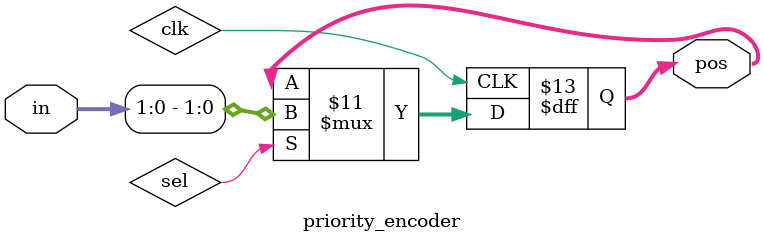
<source format=v>
module priority_encoder( 
input [2:0] in,
output reg [1:0] pos ); 
// When sel=1, assign b to out
// When sel=2, assign a to out
// When sel=3, assign a and b to out
always @(posedge clk) begin
  if (sel == 1)
    pos <= in;
  else if (sel == 2)
    pos <= in;
  else if (sel == 3)
    pos <= in;
end
endmodule

</source>
